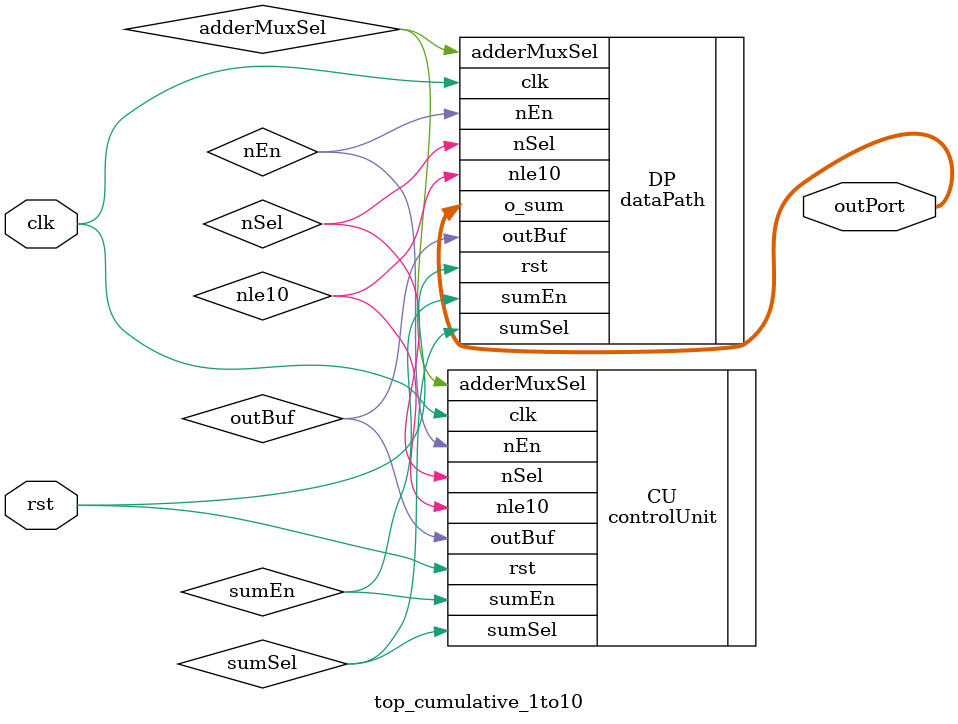
<source format=sv>
`timescale 1ns / 1ps


module top_cumulative_1to10(
    input logic clk,
    input logic rst,
    output logic [7:0] outPort
    );
    
    logic nle10, nSel, sumSel, adderMuxSel, nEn, sumEn, outBuf;

    controlUnit CU(
        .clk(clk),
        .rst(rst),
        .nle10(nle10), //less than or equal to 10
        .nSel(nSel),
        .sumSel(sumSel),
        .adderMuxSel(adderMuxSel),
        .nEn(nEn),
        .sumEn(sumEn),
        .outBuf(outBuf)
    );


    dataPath DP(
        .clk(clk),
        .rst(rst),
        .nSel(nSel),
        .sumSel(sumSel),
        .adderMuxSel(adderMuxSel),
        .nEn(nEn),
        .sumEn(sumEn),
        .outBuf(outBuf),
        .nle10(nle10),
        .o_sum(outPort)
    );

endmodule

</source>
